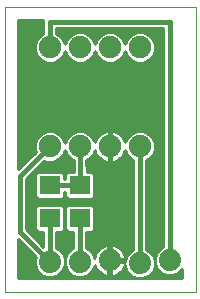
<source format=gtl>
G75*
%MOIN*%
%OFA0B0*%
%FSLAX25Y25*%
%IPPOS*%
%LPD*%
%AMOC8*
5,1,8,0,0,1.08239X$1,22.5*
%
%ADD10C,0.00000*%
%ADD11R,0.07087X0.06299*%
%ADD12C,0.07500*%
%ADD13C,0.07400*%
%ADD14C,0.01600*%
%ADD15C,0.01000*%
D10*
X0001500Y0005500D02*
X0001500Y0100461D01*
X0065201Y0100461D01*
X0065201Y0005500D01*
X0001500Y0005500D01*
D11*
X0016500Y0029988D03*
X0016500Y0041012D03*
X0026500Y0041012D03*
X0026500Y0029988D03*
D12*
X0026500Y0054000D03*
X0016500Y0054000D03*
X0036500Y0054000D03*
X0046500Y0054000D03*
X0046500Y0087000D03*
X0036500Y0087000D03*
X0026500Y0087000D03*
X0016500Y0087000D03*
D13*
X0016500Y0015500D03*
X0026500Y0015500D03*
X0036500Y0016000D03*
X0046500Y0015000D03*
X0056500Y0016000D03*
D14*
X0056500Y0095500D01*
X0016500Y0095500D01*
X0016500Y0087000D01*
X0016500Y0054000D02*
X0006500Y0044000D01*
X0006500Y0025500D01*
X0016500Y0015500D01*
X0016500Y0029988D01*
X0016500Y0041012D02*
X0026500Y0041012D01*
X0026789Y0040723D01*
X0026712Y0044257D01*
X0026500Y0054000D01*
X0026712Y0044257D02*
X0026500Y0041012D01*
X0026500Y0029988D02*
X0026500Y0015500D01*
X0036500Y0016000D02*
X0036500Y0054000D01*
X0046500Y0054000D02*
X0046500Y0015000D01*
D15*
X0044676Y0010344D02*
X0006000Y0010344D01*
X0006000Y0010000D02*
X0006000Y0023030D01*
X0011803Y0017227D01*
X0011500Y0016495D01*
X0011500Y0014505D01*
X0012261Y0012668D01*
X0013668Y0011261D01*
X0015505Y0010500D01*
X0017495Y0010500D01*
X0019332Y0011261D01*
X0020739Y0012668D01*
X0021500Y0014505D01*
X0021500Y0016495D01*
X0020739Y0018332D01*
X0022261Y0018332D01*
X0021500Y0016495D01*
X0021500Y0014505D01*
X0022261Y0012668D01*
X0023668Y0011261D01*
X0025505Y0010500D01*
X0027495Y0010500D01*
X0029332Y0011261D01*
X0030739Y0012668D01*
X0031500Y0014505D01*
X0031500Y0014561D01*
X0031681Y0014004D01*
X0032053Y0013275D01*
X0032534Y0012612D01*
X0033112Y0012034D01*
X0033775Y0011553D01*
X0034504Y0011181D01*
X0035282Y0010928D01*
X0036000Y0010814D01*
X0036000Y0015500D01*
X0037000Y0015500D01*
X0037000Y0016500D01*
X0036000Y0016500D01*
X0036000Y0021186D01*
X0035282Y0021072D01*
X0034504Y0020819D01*
X0033775Y0020447D01*
X0033112Y0019966D01*
X0032534Y0019388D01*
X0032053Y0018725D01*
X0031681Y0017996D01*
X0031428Y0017218D01*
X0031365Y0016820D01*
X0030739Y0018332D01*
X0031852Y0018332D01*
X0031466Y0017333D02*
X0031153Y0017333D01*
X0030739Y0018332D02*
X0029332Y0019739D01*
X0028600Y0020042D01*
X0028600Y0025539D01*
X0030582Y0025539D01*
X0031343Y0026300D01*
X0031343Y0033676D01*
X0030582Y0034438D01*
X0022418Y0034438D01*
X0021657Y0033676D01*
X0021657Y0026300D01*
X0022418Y0025539D01*
X0024400Y0025539D01*
X0024400Y0020042D01*
X0023668Y0019739D01*
X0022261Y0018332D01*
X0021847Y0017333D02*
X0021153Y0017333D01*
X0021500Y0016335D02*
X0021500Y0016335D01*
X0021500Y0015336D02*
X0021500Y0015336D01*
X0021431Y0014338D02*
X0021569Y0014338D01*
X0021983Y0013339D02*
X0021017Y0013339D01*
X0020412Y0012341D02*
X0022588Y0012341D01*
X0023587Y0011342D02*
X0019413Y0011342D01*
X0020739Y0018332D02*
X0019332Y0019739D01*
X0018600Y0020042D01*
X0018600Y0025539D01*
X0020582Y0025539D01*
X0021343Y0026300D01*
X0021343Y0033676D01*
X0020582Y0034438D01*
X0012418Y0034438D01*
X0011657Y0033676D01*
X0011657Y0026300D01*
X0012418Y0025539D01*
X0014400Y0025539D01*
X0014400Y0020570D01*
X0008600Y0026370D01*
X0008600Y0043130D01*
X0014735Y0049265D01*
X0015495Y0048950D01*
X0017505Y0048950D01*
X0019361Y0049719D01*
X0020781Y0051139D01*
X0021500Y0052875D01*
X0022219Y0051139D01*
X0023639Y0049719D01*
X0024501Y0049362D01*
X0024585Y0045461D01*
X0022418Y0045461D01*
X0021657Y0044700D01*
X0021657Y0043112D01*
X0021343Y0043112D01*
X0021343Y0044700D01*
X0020582Y0045461D01*
X0012418Y0045461D01*
X0011657Y0044700D01*
X0011657Y0037324D01*
X0012418Y0036562D01*
X0020582Y0036562D01*
X0021343Y0037324D01*
X0021343Y0038912D01*
X0021657Y0038912D01*
X0021657Y0037324D01*
X0022418Y0036562D01*
X0030582Y0036562D01*
X0031343Y0037324D01*
X0031343Y0044700D01*
X0030582Y0045461D01*
X0028786Y0045461D01*
X0028700Y0049445D01*
X0029361Y0049719D01*
X0030781Y0051139D01*
X0031413Y0052666D01*
X0031635Y0051985D01*
X0032010Y0051248D01*
X0032496Y0050580D01*
X0033080Y0049996D01*
X0033748Y0049510D01*
X0034485Y0049135D01*
X0035271Y0048879D01*
X0036087Y0048750D01*
X0036200Y0048750D01*
X0036200Y0053700D01*
X0036800Y0053700D01*
X0036800Y0048750D01*
X0036913Y0048750D01*
X0037729Y0048879D01*
X0038515Y0049135D01*
X0039252Y0049510D01*
X0039920Y0049996D01*
X0040504Y0050580D01*
X0040990Y0051248D01*
X0041365Y0051985D01*
X0041587Y0052666D01*
X0042219Y0051139D01*
X0043639Y0049719D01*
X0044400Y0049404D01*
X0044400Y0019542D01*
X0043668Y0019239D01*
X0042261Y0017832D01*
X0041500Y0015995D01*
X0041500Y0015500D01*
X0037000Y0015500D01*
X0037000Y0010814D01*
X0037718Y0010928D01*
X0038496Y0011181D01*
X0039225Y0011553D01*
X0039888Y0012034D01*
X0040466Y0012612D01*
X0040947Y0013275D01*
X0041319Y0014004D01*
X0041500Y0014561D01*
X0041500Y0014005D01*
X0042261Y0012168D01*
X0043668Y0010761D01*
X0045505Y0010000D01*
X0047495Y0010000D01*
X0049332Y0010761D01*
X0050739Y0012168D01*
X0051500Y0014005D01*
X0051500Y0015995D01*
X0050739Y0017832D01*
X0049332Y0019239D01*
X0048600Y0019542D01*
X0048600Y0049404D01*
X0049361Y0049719D01*
X0050781Y0051139D01*
X0051550Y0052995D01*
X0051550Y0055005D01*
X0050781Y0056861D01*
X0049361Y0058281D01*
X0047505Y0059050D01*
X0045495Y0059050D01*
X0043639Y0058281D01*
X0042219Y0056861D01*
X0041587Y0055334D01*
X0041365Y0056015D01*
X0040990Y0056752D01*
X0040504Y0057420D01*
X0039920Y0058004D01*
X0039252Y0058490D01*
X0038515Y0058865D01*
X0037729Y0059121D01*
X0036913Y0059250D01*
X0036800Y0059250D01*
X0036800Y0054300D01*
X0036200Y0054300D01*
X0036200Y0059250D01*
X0036087Y0059250D01*
X0035271Y0059121D01*
X0034485Y0058865D01*
X0033748Y0058490D01*
X0033080Y0058004D01*
X0032496Y0057420D01*
X0032010Y0056752D01*
X0031635Y0056015D01*
X0031413Y0055334D01*
X0030781Y0056861D01*
X0029361Y0058281D01*
X0027505Y0059050D01*
X0025495Y0059050D01*
X0023639Y0058281D01*
X0022219Y0056861D01*
X0021500Y0055125D01*
X0020781Y0056861D01*
X0019361Y0058281D01*
X0017505Y0059050D01*
X0015495Y0059050D01*
X0013639Y0058281D01*
X0012219Y0056861D01*
X0011450Y0055005D01*
X0011450Y0052995D01*
X0011765Y0052235D01*
X0006000Y0046470D01*
X0006000Y0095961D01*
X0014400Y0095961D01*
X0014400Y0091596D01*
X0013639Y0091281D01*
X0012219Y0089861D01*
X0011450Y0088005D01*
X0011450Y0085995D01*
X0012219Y0084139D01*
X0013639Y0082719D01*
X0015495Y0081950D01*
X0017505Y0081950D01*
X0019361Y0082719D01*
X0020781Y0084139D01*
X0021500Y0085875D01*
X0022219Y0084139D01*
X0023639Y0082719D01*
X0025495Y0081950D01*
X0027505Y0081950D01*
X0029361Y0082719D01*
X0030781Y0084139D01*
X0031500Y0085875D01*
X0032219Y0084139D01*
X0033639Y0082719D01*
X0035495Y0081950D01*
X0037505Y0081950D01*
X0039361Y0082719D01*
X0040781Y0084139D01*
X0041500Y0085875D01*
X0042219Y0084139D01*
X0043639Y0082719D01*
X0045495Y0081950D01*
X0047505Y0081950D01*
X0049361Y0082719D01*
X0050781Y0084139D01*
X0051550Y0085995D01*
X0051550Y0088005D01*
X0050781Y0089861D01*
X0049361Y0091281D01*
X0047505Y0092050D01*
X0045495Y0092050D01*
X0043639Y0091281D01*
X0042219Y0089861D01*
X0041500Y0088125D01*
X0040781Y0089861D01*
X0039361Y0091281D01*
X0037505Y0092050D01*
X0035495Y0092050D01*
X0033639Y0091281D01*
X0032219Y0089861D01*
X0031500Y0088125D01*
X0030781Y0089861D01*
X0029361Y0091281D01*
X0027505Y0092050D01*
X0025495Y0092050D01*
X0023639Y0091281D01*
X0022219Y0089861D01*
X0021500Y0088125D01*
X0020781Y0089861D01*
X0019361Y0091281D01*
X0018600Y0091596D01*
X0018600Y0093400D01*
X0054400Y0093400D01*
X0054400Y0020542D01*
X0053668Y0020239D01*
X0052261Y0018832D01*
X0051500Y0016995D01*
X0051500Y0015005D01*
X0052261Y0013168D01*
X0053668Y0011761D01*
X0055505Y0011000D01*
X0057495Y0011000D01*
X0059332Y0011761D01*
X0060701Y0013130D01*
X0060701Y0010000D01*
X0006000Y0010000D01*
X0006000Y0011342D02*
X0013587Y0011342D01*
X0012588Y0012341D02*
X0006000Y0012341D01*
X0006000Y0013339D02*
X0011983Y0013339D01*
X0011569Y0014338D02*
X0006000Y0014338D01*
X0006000Y0015336D02*
X0011500Y0015336D01*
X0011500Y0016335D02*
X0006000Y0016335D01*
X0006000Y0017333D02*
X0011697Y0017333D01*
X0010698Y0018332D02*
X0006000Y0018332D01*
X0006000Y0019330D02*
X0009700Y0019330D01*
X0008701Y0020329D02*
X0006000Y0020329D01*
X0006000Y0021327D02*
X0007703Y0021327D01*
X0006704Y0022326D02*
X0006000Y0022326D01*
X0008650Y0026320D02*
X0011657Y0026320D01*
X0011657Y0027318D02*
X0008600Y0027318D01*
X0008600Y0028317D02*
X0011657Y0028317D01*
X0011657Y0029315D02*
X0008600Y0029315D01*
X0008600Y0030314D02*
X0011657Y0030314D01*
X0011657Y0031312D02*
X0008600Y0031312D01*
X0008600Y0032311D02*
X0011657Y0032311D01*
X0011657Y0033309D02*
X0008600Y0033309D01*
X0008600Y0034308D02*
X0012288Y0034308D01*
X0011677Y0037303D02*
X0008600Y0037303D01*
X0008600Y0036305D02*
X0044400Y0036305D01*
X0044400Y0037303D02*
X0031323Y0037303D01*
X0031343Y0038302D02*
X0044400Y0038302D01*
X0044400Y0039301D02*
X0031343Y0039301D01*
X0031343Y0040299D02*
X0044400Y0040299D01*
X0044400Y0041298D02*
X0031343Y0041298D01*
X0031343Y0042296D02*
X0044400Y0042296D01*
X0044400Y0043295D02*
X0031343Y0043295D01*
X0031343Y0044293D02*
X0044400Y0044293D01*
X0044400Y0045292D02*
X0030752Y0045292D01*
X0028768Y0046290D02*
X0044400Y0046290D01*
X0044400Y0047289D02*
X0028747Y0047289D01*
X0028725Y0048287D02*
X0044400Y0048287D01*
X0044400Y0049286D02*
X0038812Y0049286D01*
X0040209Y0050284D02*
X0043074Y0050284D01*
X0042159Y0051283D02*
X0041008Y0051283D01*
X0041462Y0052281D02*
X0041746Y0052281D01*
X0041976Y0056275D02*
X0041233Y0056275D01*
X0040611Y0057274D02*
X0042632Y0057274D01*
X0043630Y0058272D02*
X0039552Y0058272D01*
X0036800Y0058272D02*
X0036200Y0058272D01*
X0036200Y0057274D02*
X0036800Y0057274D01*
X0036800Y0056275D02*
X0036200Y0056275D01*
X0036200Y0055277D02*
X0036800Y0055277D01*
X0036800Y0053280D02*
X0036200Y0053280D01*
X0036200Y0052281D02*
X0036800Y0052281D01*
X0036800Y0051283D02*
X0036200Y0051283D01*
X0036200Y0050284D02*
X0036800Y0050284D01*
X0036800Y0049286D02*
X0036200Y0049286D01*
X0034188Y0049286D02*
X0028703Y0049286D01*
X0029926Y0050284D02*
X0032791Y0050284D01*
X0031992Y0051283D02*
X0030841Y0051283D01*
X0031254Y0052281D02*
X0031538Y0052281D01*
X0031767Y0056275D02*
X0031024Y0056275D01*
X0030368Y0057274D02*
X0032389Y0057274D01*
X0033448Y0058272D02*
X0029370Y0058272D01*
X0023630Y0058272D02*
X0019370Y0058272D01*
X0020368Y0057274D02*
X0022632Y0057274D01*
X0021976Y0056275D02*
X0021024Y0056275D01*
X0021437Y0055277D02*
X0021563Y0055277D01*
X0021746Y0052281D02*
X0021254Y0052281D01*
X0020841Y0051283D02*
X0022159Y0051283D01*
X0023074Y0050284D02*
X0019926Y0050284D01*
X0018315Y0049286D02*
X0024502Y0049286D01*
X0024524Y0048287D02*
X0013757Y0048287D01*
X0012758Y0047289D02*
X0024546Y0047289D01*
X0024567Y0046290D02*
X0011760Y0046290D01*
X0012248Y0045292D02*
X0010761Y0045292D01*
X0011657Y0044293D02*
X0009763Y0044293D01*
X0008764Y0043295D02*
X0011657Y0043295D01*
X0011657Y0042296D02*
X0008600Y0042296D01*
X0008600Y0041298D02*
X0011657Y0041298D01*
X0011657Y0040299D02*
X0008600Y0040299D01*
X0008600Y0039301D02*
X0011657Y0039301D01*
X0011657Y0038302D02*
X0008600Y0038302D01*
X0008600Y0035306D02*
X0044400Y0035306D01*
X0044400Y0034308D02*
X0030712Y0034308D01*
X0031343Y0033309D02*
X0044400Y0033309D01*
X0044400Y0032311D02*
X0031343Y0032311D01*
X0031343Y0031312D02*
X0044400Y0031312D01*
X0044400Y0030314D02*
X0031343Y0030314D01*
X0031343Y0029315D02*
X0044400Y0029315D01*
X0044400Y0028317D02*
X0031343Y0028317D01*
X0031343Y0027318D02*
X0044400Y0027318D01*
X0044400Y0026320D02*
X0031343Y0026320D01*
X0028600Y0025321D02*
X0044400Y0025321D01*
X0044400Y0024323D02*
X0028600Y0024323D01*
X0028600Y0023324D02*
X0044400Y0023324D01*
X0044400Y0022326D02*
X0028600Y0022326D01*
X0028600Y0021327D02*
X0044400Y0021327D01*
X0044400Y0020329D02*
X0039389Y0020329D01*
X0039225Y0020447D02*
X0038496Y0020819D01*
X0037718Y0021072D01*
X0037000Y0021186D01*
X0037000Y0016500D01*
X0041686Y0016500D01*
X0041572Y0017218D01*
X0041319Y0017996D01*
X0040947Y0018725D01*
X0040466Y0019388D01*
X0039888Y0019966D01*
X0039225Y0020447D01*
X0040508Y0019330D02*
X0043889Y0019330D01*
X0042761Y0018332D02*
X0041148Y0018332D01*
X0041534Y0017333D02*
X0042055Y0017333D01*
X0041641Y0016335D02*
X0037000Y0016335D01*
X0037000Y0017333D02*
X0036000Y0017333D01*
X0036000Y0018332D02*
X0037000Y0018332D01*
X0037000Y0019330D02*
X0036000Y0019330D01*
X0036000Y0020329D02*
X0037000Y0020329D01*
X0037000Y0015336D02*
X0036000Y0015336D01*
X0036000Y0014338D02*
X0037000Y0014338D01*
X0037000Y0013339D02*
X0036000Y0013339D01*
X0036000Y0012341D02*
X0037000Y0012341D01*
X0037000Y0011342D02*
X0036000Y0011342D01*
X0034187Y0011342D02*
X0029413Y0011342D01*
X0030412Y0012341D02*
X0032805Y0012341D01*
X0032020Y0013339D02*
X0031017Y0013339D01*
X0031431Y0014338D02*
X0031572Y0014338D01*
X0032492Y0019330D02*
X0029741Y0019330D01*
X0028600Y0020329D02*
X0033611Y0020329D01*
X0038813Y0011342D02*
X0043087Y0011342D01*
X0042190Y0012341D02*
X0040195Y0012341D01*
X0040980Y0013339D02*
X0041776Y0013339D01*
X0041500Y0014338D02*
X0041427Y0014338D01*
X0048324Y0010344D02*
X0060701Y0010344D01*
X0060701Y0011342D02*
X0058321Y0011342D01*
X0059912Y0012341D02*
X0060701Y0012341D01*
X0054679Y0011342D02*
X0049913Y0011342D01*
X0050810Y0012341D02*
X0053088Y0012341D01*
X0052190Y0013339D02*
X0051224Y0013339D01*
X0051500Y0014338D02*
X0051777Y0014338D01*
X0051500Y0015336D02*
X0051500Y0015336D01*
X0051500Y0016335D02*
X0051359Y0016335D01*
X0051640Y0017333D02*
X0050945Y0017333D01*
X0050239Y0018332D02*
X0052054Y0018332D01*
X0052759Y0019330D02*
X0049111Y0019330D01*
X0048600Y0020329D02*
X0053885Y0020329D01*
X0054400Y0021327D02*
X0048600Y0021327D01*
X0048600Y0022326D02*
X0054400Y0022326D01*
X0054400Y0023324D02*
X0048600Y0023324D01*
X0048600Y0024323D02*
X0054400Y0024323D01*
X0054400Y0025321D02*
X0048600Y0025321D01*
X0048600Y0026320D02*
X0054400Y0026320D01*
X0054400Y0027318D02*
X0048600Y0027318D01*
X0048600Y0028317D02*
X0054400Y0028317D01*
X0054400Y0029315D02*
X0048600Y0029315D01*
X0048600Y0030314D02*
X0054400Y0030314D01*
X0054400Y0031312D02*
X0048600Y0031312D01*
X0048600Y0032311D02*
X0054400Y0032311D01*
X0054400Y0033309D02*
X0048600Y0033309D01*
X0048600Y0034308D02*
X0054400Y0034308D01*
X0054400Y0035306D02*
X0048600Y0035306D01*
X0048600Y0036305D02*
X0054400Y0036305D01*
X0054400Y0037303D02*
X0048600Y0037303D01*
X0048600Y0038302D02*
X0054400Y0038302D01*
X0054400Y0039301D02*
X0048600Y0039301D01*
X0048600Y0040299D02*
X0054400Y0040299D01*
X0054400Y0041298D02*
X0048600Y0041298D01*
X0048600Y0042296D02*
X0054400Y0042296D01*
X0054400Y0043295D02*
X0048600Y0043295D01*
X0048600Y0044293D02*
X0054400Y0044293D01*
X0054400Y0045292D02*
X0048600Y0045292D01*
X0048600Y0046290D02*
X0054400Y0046290D01*
X0054400Y0047289D02*
X0048600Y0047289D01*
X0048600Y0048287D02*
X0054400Y0048287D01*
X0054400Y0049286D02*
X0048600Y0049286D01*
X0049926Y0050284D02*
X0054400Y0050284D01*
X0054400Y0051283D02*
X0050841Y0051283D01*
X0051254Y0052281D02*
X0054400Y0052281D01*
X0054400Y0053280D02*
X0051550Y0053280D01*
X0051550Y0054278D02*
X0054400Y0054278D01*
X0054400Y0055277D02*
X0051437Y0055277D01*
X0051024Y0056275D02*
X0054400Y0056275D01*
X0054400Y0057274D02*
X0050368Y0057274D01*
X0049370Y0058272D02*
X0054400Y0058272D01*
X0054400Y0059271D02*
X0006000Y0059271D01*
X0006000Y0060269D02*
X0054400Y0060269D01*
X0054400Y0061268D02*
X0006000Y0061268D01*
X0006000Y0062266D02*
X0054400Y0062266D01*
X0054400Y0063265D02*
X0006000Y0063265D01*
X0006000Y0064263D02*
X0054400Y0064263D01*
X0054400Y0065262D02*
X0006000Y0065262D01*
X0006000Y0066260D02*
X0054400Y0066260D01*
X0054400Y0067259D02*
X0006000Y0067259D01*
X0006000Y0068257D02*
X0054400Y0068257D01*
X0054400Y0069256D02*
X0006000Y0069256D01*
X0006000Y0070254D02*
X0054400Y0070254D01*
X0054400Y0071253D02*
X0006000Y0071253D01*
X0006000Y0072251D02*
X0054400Y0072251D01*
X0054400Y0073250D02*
X0006000Y0073250D01*
X0006000Y0074248D02*
X0054400Y0074248D01*
X0054400Y0075247D02*
X0006000Y0075247D01*
X0006000Y0076245D02*
X0054400Y0076245D01*
X0054400Y0077244D02*
X0006000Y0077244D01*
X0006000Y0078242D02*
X0054400Y0078242D01*
X0054400Y0079241D02*
X0006000Y0079241D01*
X0006000Y0080239D02*
X0054400Y0080239D01*
X0054400Y0081238D02*
X0006000Y0081238D01*
X0006000Y0082237D02*
X0014804Y0082237D01*
X0013123Y0083235D02*
X0006000Y0083235D01*
X0006000Y0084234D02*
X0012180Y0084234D01*
X0011766Y0085232D02*
X0006000Y0085232D01*
X0006000Y0086231D02*
X0011450Y0086231D01*
X0011450Y0087229D02*
X0006000Y0087229D01*
X0006000Y0088228D02*
X0011542Y0088228D01*
X0011956Y0089226D02*
X0006000Y0089226D01*
X0006000Y0090225D02*
X0012583Y0090225D01*
X0013581Y0091223D02*
X0006000Y0091223D01*
X0006000Y0092222D02*
X0014400Y0092222D01*
X0014400Y0093220D02*
X0006000Y0093220D01*
X0006000Y0094219D02*
X0014400Y0094219D01*
X0014400Y0095217D02*
X0006000Y0095217D01*
X0018196Y0082237D02*
X0024804Y0082237D01*
X0023123Y0083235D02*
X0019877Y0083235D01*
X0020820Y0084234D02*
X0022180Y0084234D01*
X0021766Y0085232D02*
X0021234Y0085232D01*
X0021458Y0088228D02*
X0021542Y0088228D01*
X0021956Y0089226D02*
X0021044Y0089226D01*
X0020417Y0090225D02*
X0022583Y0090225D01*
X0023581Y0091223D02*
X0019419Y0091223D01*
X0018600Y0092222D02*
X0054400Y0092222D01*
X0054400Y0093220D02*
X0018600Y0093220D01*
X0028196Y0082237D02*
X0034804Y0082237D01*
X0033123Y0083235D02*
X0029877Y0083235D01*
X0030820Y0084234D02*
X0032180Y0084234D01*
X0031766Y0085232D02*
X0031234Y0085232D01*
X0031458Y0088228D02*
X0031542Y0088228D01*
X0031956Y0089226D02*
X0031044Y0089226D01*
X0030417Y0090225D02*
X0032583Y0090225D01*
X0033581Y0091223D02*
X0029419Y0091223D01*
X0038196Y0082237D02*
X0044804Y0082237D01*
X0043123Y0083235D02*
X0039877Y0083235D01*
X0040820Y0084234D02*
X0042180Y0084234D01*
X0041766Y0085232D02*
X0041234Y0085232D01*
X0041458Y0088228D02*
X0041542Y0088228D01*
X0041956Y0089226D02*
X0041044Y0089226D01*
X0040417Y0090225D02*
X0042583Y0090225D01*
X0043581Y0091223D02*
X0039419Y0091223D01*
X0048196Y0082237D02*
X0054400Y0082237D01*
X0054400Y0083235D02*
X0049877Y0083235D01*
X0050820Y0084234D02*
X0054400Y0084234D01*
X0054400Y0085232D02*
X0051234Y0085232D01*
X0051550Y0086231D02*
X0054400Y0086231D01*
X0054400Y0087229D02*
X0051550Y0087229D01*
X0051458Y0088228D02*
X0054400Y0088228D01*
X0054400Y0089226D02*
X0051044Y0089226D01*
X0050417Y0090225D02*
X0054400Y0090225D01*
X0054400Y0091223D02*
X0049419Y0091223D01*
X0022248Y0045292D02*
X0020752Y0045292D01*
X0021343Y0044293D02*
X0021657Y0044293D01*
X0021657Y0043295D02*
X0021343Y0043295D01*
X0021343Y0038302D02*
X0021657Y0038302D01*
X0021677Y0037303D02*
X0021323Y0037303D01*
X0020712Y0034308D02*
X0022288Y0034308D01*
X0021657Y0033309D02*
X0021343Y0033309D01*
X0021343Y0032311D02*
X0021657Y0032311D01*
X0021657Y0031312D02*
X0021343Y0031312D01*
X0021343Y0030314D02*
X0021657Y0030314D01*
X0021657Y0029315D02*
X0021343Y0029315D01*
X0021343Y0028317D02*
X0021657Y0028317D01*
X0021657Y0027318D02*
X0021343Y0027318D01*
X0021343Y0026320D02*
X0021657Y0026320D01*
X0024400Y0025321D02*
X0018600Y0025321D01*
X0018600Y0024323D02*
X0024400Y0024323D01*
X0024400Y0023324D02*
X0018600Y0023324D01*
X0018600Y0022326D02*
X0024400Y0022326D01*
X0024400Y0021327D02*
X0018600Y0021327D01*
X0018600Y0020329D02*
X0024400Y0020329D01*
X0023259Y0019330D02*
X0019741Y0019330D01*
X0014400Y0021327D02*
X0013643Y0021327D01*
X0014400Y0022326D02*
X0012644Y0022326D01*
X0011645Y0023324D02*
X0014400Y0023324D01*
X0014400Y0024323D02*
X0010647Y0024323D01*
X0009648Y0025321D02*
X0014400Y0025321D01*
X0006819Y0047289D02*
X0006000Y0047289D01*
X0006000Y0048287D02*
X0007817Y0048287D01*
X0008816Y0049286D02*
X0006000Y0049286D01*
X0006000Y0050284D02*
X0009814Y0050284D01*
X0010813Y0051283D02*
X0006000Y0051283D01*
X0006000Y0052281D02*
X0011746Y0052281D01*
X0011450Y0053280D02*
X0006000Y0053280D01*
X0006000Y0054278D02*
X0011450Y0054278D01*
X0011563Y0055277D02*
X0006000Y0055277D01*
X0006000Y0056275D02*
X0011976Y0056275D01*
X0012632Y0057274D02*
X0006000Y0057274D01*
X0006000Y0058272D02*
X0013630Y0058272D01*
M02*

</source>
